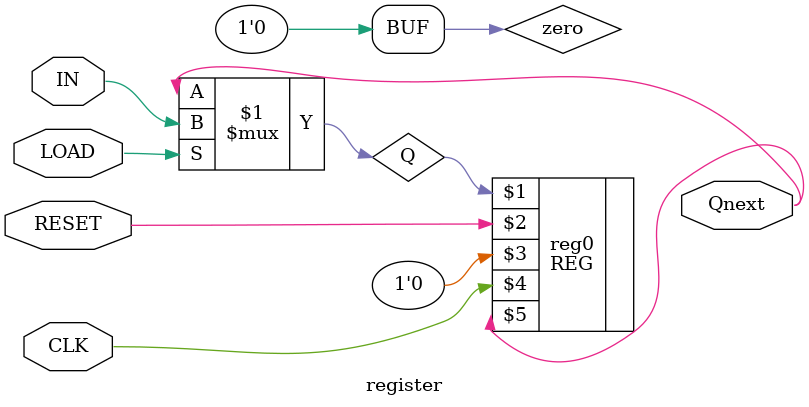
<source format=v>
module register(CLK, RESET, LOAD, IN, Qnext);
input CLK, RESET, LOAD, IN;
output Qnext;
wire Q,zero;

assign zero = 1'b0;
assign Q = (LOAD)? IN: Qnext;
REG reg0(Q, RESET,zero,CLK, Qnext);
endmodule

</source>
